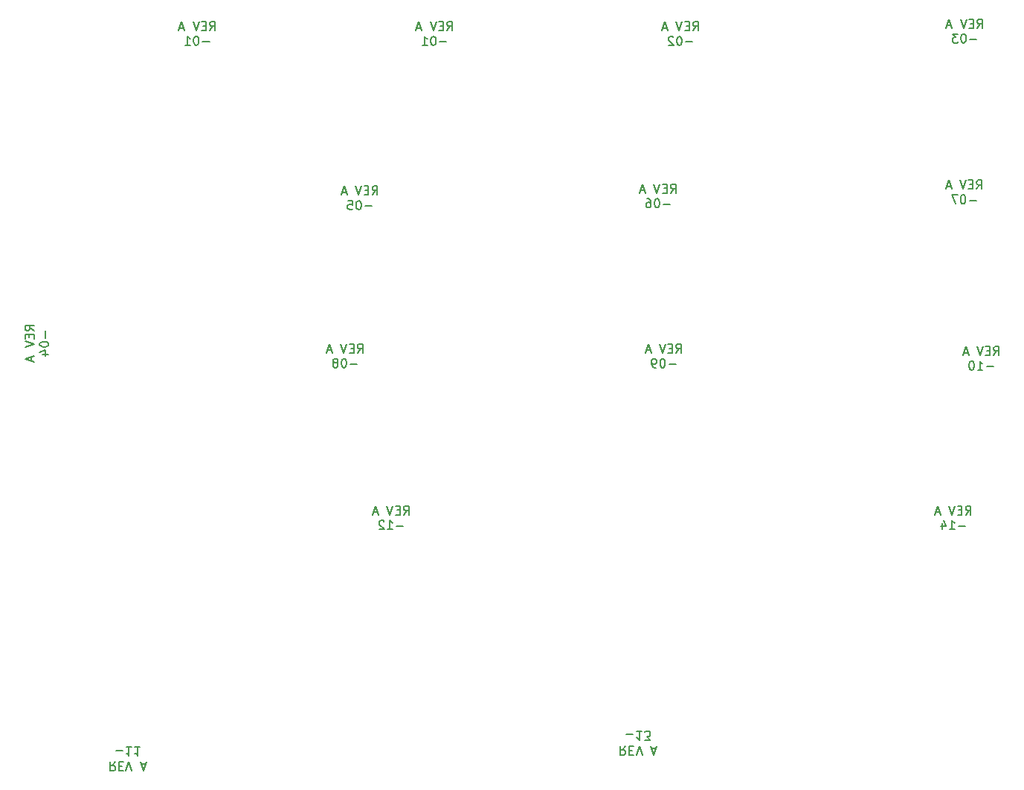
<source format=gbo>
G04 #@! TF.GenerationSoftware,KiCad,Pcbnew,(5.1.4)-1*
G04 #@! TF.CreationDate,2019-09-28T13:43:15-06:00*
G04 #@! TF.ProjectId,front_end,66726f6e-745f-4656-9e64-2e6b69636164,A*
G04 #@! TF.SameCoordinates,Original*
G04 #@! TF.FileFunction,Legend,Bot*
G04 #@! TF.FilePolarity,Positive*
%FSLAX46Y46*%
G04 Gerber Fmt 4.6, Leading zero omitted, Abs format (unit mm)*
G04 Created by KiCad (PCBNEW (5.1.4)-1) date 2019-09-28 13:43:15*
%MOMM*%
%LPD*%
G04 APERTURE LIST*
%ADD10C,0.152400*%
G04 APERTURE END LIST*
D10*
X167236019Y-117793372D02*
X166752209Y-117454705D01*
X167236019Y-117212800D02*
X166220019Y-117212800D01*
X166220019Y-117599848D01*
X166268400Y-117696610D01*
X166316780Y-117744991D01*
X166413542Y-117793372D01*
X166558685Y-117793372D01*
X166655447Y-117744991D01*
X166703828Y-117696610D01*
X166752209Y-117599848D01*
X166752209Y-117212800D01*
X166703828Y-118228800D02*
X166703828Y-118567467D01*
X167236019Y-118712610D02*
X167236019Y-118228800D01*
X166220019Y-118228800D01*
X166220019Y-118712610D01*
X166220019Y-119002896D02*
X167236019Y-119341562D01*
X166220019Y-119680229D01*
X166945733Y-120744610D02*
X166945733Y-121228420D01*
X167236019Y-120647848D02*
X166220019Y-120986515D01*
X167236019Y-121325181D01*
X168525371Y-117841753D02*
X168525371Y-118615848D01*
X167896419Y-119293181D02*
X167896419Y-119389943D01*
X167944800Y-119486705D01*
X167993180Y-119535086D01*
X168089942Y-119583467D01*
X168283466Y-119631848D01*
X168525371Y-119631848D01*
X168718895Y-119583467D01*
X168815657Y-119535086D01*
X168864038Y-119486705D01*
X168912419Y-119389943D01*
X168912419Y-119293181D01*
X168864038Y-119196420D01*
X168815657Y-119148039D01*
X168718895Y-119099658D01*
X168525371Y-119051277D01*
X168283466Y-119051277D01*
X168089942Y-119099658D01*
X167993180Y-119148039D01*
X167944800Y-119196420D01*
X167896419Y-119293181D01*
X168235085Y-120502705D02*
X168912419Y-120502705D01*
X167848038Y-120260800D02*
X168573752Y-120018896D01*
X168573752Y-120647848D01*
X176505512Y-166890480D02*
X176166845Y-167374290D01*
X175924940Y-166890480D02*
X175924940Y-167906480D01*
X176311988Y-167906480D01*
X176408750Y-167858100D01*
X176457131Y-167809719D01*
X176505512Y-167712957D01*
X176505512Y-167567814D01*
X176457131Y-167471052D01*
X176408750Y-167422671D01*
X176311988Y-167374290D01*
X175924940Y-167374290D01*
X176940940Y-167422671D02*
X177279607Y-167422671D01*
X177424750Y-166890480D02*
X176940940Y-166890480D01*
X176940940Y-167906480D01*
X177424750Y-167906480D01*
X177715036Y-167906480D02*
X178053702Y-166890480D01*
X178392369Y-167906480D01*
X179456750Y-167180766D02*
X179940560Y-167180766D01*
X179359988Y-166890480D02*
X179698655Y-167906480D01*
X180037321Y-166890480D01*
X176553893Y-165601128D02*
X177327988Y-165601128D01*
X178343988Y-165214080D02*
X177763417Y-165214080D01*
X178053702Y-165214080D02*
X178053702Y-166230080D01*
X177956940Y-166084938D01*
X177860179Y-165988176D01*
X177763417Y-165939795D01*
X179311607Y-165214080D02*
X178731036Y-165214080D01*
X179021321Y-165214080D02*
X179021321Y-166230080D01*
X178924560Y-166084938D01*
X178827798Y-165988176D01*
X178731036Y-165939795D01*
X209314739Y-138768439D02*
X209653406Y-138284629D01*
X209895311Y-138768439D02*
X209895311Y-137752439D01*
X209508263Y-137752439D01*
X209411501Y-137800820D01*
X209363120Y-137849200D01*
X209314739Y-137945962D01*
X209314739Y-138091105D01*
X209363120Y-138187867D01*
X209411501Y-138236248D01*
X209508263Y-138284629D01*
X209895311Y-138284629D01*
X208879311Y-138236248D02*
X208540644Y-138236248D01*
X208395501Y-138768439D02*
X208879311Y-138768439D01*
X208879311Y-137752439D01*
X208395501Y-137752439D01*
X208105215Y-137752439D02*
X207766549Y-138768439D01*
X207427882Y-137752439D01*
X206363501Y-138478153D02*
X205879692Y-138478153D01*
X206460263Y-138768439D02*
X206121596Y-137752439D01*
X205782930Y-138768439D01*
X209266358Y-140057791D02*
X208492263Y-140057791D01*
X207476263Y-140444839D02*
X208056834Y-140444839D01*
X207766549Y-140444839D02*
X207766549Y-139428839D01*
X207863311Y-139573981D01*
X207960072Y-139670743D01*
X208056834Y-139719124D01*
X207089215Y-139525600D02*
X207040834Y-139477220D01*
X206944072Y-139428839D01*
X206702168Y-139428839D01*
X206605406Y-139477220D01*
X206557025Y-139525600D01*
X206508644Y-139622362D01*
X206508644Y-139719124D01*
X206557025Y-139864267D01*
X207137596Y-140444839D01*
X206508644Y-140444839D01*
X234595572Y-165093240D02*
X234256905Y-165577050D01*
X234015000Y-165093240D02*
X234015000Y-166109240D01*
X234402048Y-166109240D01*
X234498810Y-166060860D01*
X234547191Y-166012479D01*
X234595572Y-165915717D01*
X234595572Y-165770574D01*
X234547191Y-165673812D01*
X234498810Y-165625431D01*
X234402048Y-165577050D01*
X234015000Y-165577050D01*
X235031000Y-165625431D02*
X235369667Y-165625431D01*
X235514810Y-165093240D02*
X235031000Y-165093240D01*
X235031000Y-166109240D01*
X235514810Y-166109240D01*
X235805096Y-166109240D02*
X236143762Y-165093240D01*
X236482429Y-166109240D01*
X237546810Y-165383526D02*
X238030620Y-165383526D01*
X237450048Y-165093240D02*
X237788715Y-166109240D01*
X238127381Y-165093240D01*
X234643953Y-163803888D02*
X235418048Y-163803888D01*
X236434048Y-163416840D02*
X235853477Y-163416840D01*
X236143762Y-163416840D02*
X236143762Y-164432840D01*
X236047000Y-164287698D01*
X235950239Y-164190936D01*
X235853477Y-164142555D01*
X236772715Y-164432840D02*
X237401667Y-164432840D01*
X237063000Y-164045793D01*
X237208143Y-164045793D01*
X237304905Y-163997412D01*
X237353286Y-163949031D01*
X237401667Y-163852269D01*
X237401667Y-163610364D01*
X237353286Y-163513602D01*
X237304905Y-163465221D01*
X237208143Y-163416840D01*
X236917858Y-163416840D01*
X236821096Y-163465221D01*
X236772715Y-163513602D01*
X273310597Y-138768439D02*
X273649264Y-138284629D01*
X273891169Y-138768439D02*
X273891169Y-137752439D01*
X273504121Y-137752439D01*
X273407359Y-137800820D01*
X273358978Y-137849200D01*
X273310597Y-137945962D01*
X273310597Y-138091105D01*
X273358978Y-138187867D01*
X273407359Y-138236248D01*
X273504121Y-138284629D01*
X273891169Y-138284629D01*
X272875169Y-138236248D02*
X272536502Y-138236248D01*
X272391359Y-138768439D02*
X272875169Y-138768439D01*
X272875169Y-137752439D01*
X272391359Y-137752439D01*
X272101073Y-137752439D02*
X271762407Y-138768439D01*
X271423740Y-137752439D01*
X270359359Y-138478153D02*
X269875550Y-138478153D01*
X270456121Y-138768439D02*
X270117454Y-137752439D01*
X269778788Y-138768439D01*
X273262216Y-140057791D02*
X272488121Y-140057791D01*
X271472121Y-140444839D02*
X272052692Y-140444839D01*
X271762407Y-140444839D02*
X271762407Y-139428839D01*
X271859169Y-139573981D01*
X271955930Y-139670743D01*
X272052692Y-139719124D01*
X270601264Y-139767505D02*
X270601264Y-140444839D01*
X270843169Y-139380458D02*
X271085073Y-140106172D01*
X270456121Y-140106172D01*
X239714667Y-102112739D02*
X240053334Y-101628929D01*
X240295239Y-102112739D02*
X240295239Y-101096739D01*
X239908191Y-101096739D01*
X239811429Y-101145120D01*
X239763048Y-101193500D01*
X239714667Y-101290262D01*
X239714667Y-101435405D01*
X239763048Y-101532167D01*
X239811429Y-101580548D01*
X239908191Y-101628929D01*
X240295239Y-101628929D01*
X239279239Y-101580548D02*
X238940572Y-101580548D01*
X238795429Y-102112739D02*
X239279239Y-102112739D01*
X239279239Y-101096739D01*
X238795429Y-101096739D01*
X238505143Y-101096739D02*
X238166477Y-102112739D01*
X237827810Y-101096739D01*
X236763429Y-101822453D02*
X236279620Y-101822453D01*
X236860191Y-102112739D02*
X236521524Y-101096739D01*
X236182858Y-102112739D01*
X239666286Y-103402091D02*
X238892191Y-103402091D01*
X238214858Y-102773139D02*
X238118096Y-102773139D01*
X238021334Y-102821520D01*
X237972953Y-102869900D01*
X237924572Y-102966662D01*
X237876191Y-103160186D01*
X237876191Y-103402091D01*
X237924572Y-103595615D01*
X237972953Y-103692377D01*
X238021334Y-103740758D01*
X238118096Y-103789139D01*
X238214858Y-103789139D01*
X238311620Y-103740758D01*
X238360000Y-103692377D01*
X238408381Y-103595615D01*
X238456762Y-103402091D01*
X238456762Y-103160186D01*
X238408381Y-102966662D01*
X238360000Y-102869900D01*
X238311620Y-102821520D01*
X238214858Y-102773139D01*
X237005334Y-102773139D02*
X237198858Y-102773139D01*
X237295620Y-102821520D01*
X237344000Y-102869900D01*
X237440762Y-103015043D01*
X237489143Y-103208567D01*
X237489143Y-103595615D01*
X237440762Y-103692377D01*
X237392381Y-103740758D01*
X237295620Y-103789139D01*
X237102096Y-103789139D01*
X237005334Y-103740758D01*
X236956953Y-103692377D01*
X236908572Y-103595615D01*
X236908572Y-103353710D01*
X236956953Y-103256948D01*
X237005334Y-103208567D01*
X237102096Y-103160186D01*
X237295620Y-103160186D01*
X237392381Y-103208567D01*
X237440762Y-103256948D01*
X237489143Y-103353710D01*
X205751253Y-102326419D02*
X206089920Y-101842609D01*
X206331825Y-102326419D02*
X206331825Y-101310419D01*
X205944777Y-101310419D01*
X205848015Y-101358800D01*
X205799634Y-101407180D01*
X205751253Y-101503942D01*
X205751253Y-101649085D01*
X205799634Y-101745847D01*
X205848015Y-101794228D01*
X205944777Y-101842609D01*
X206331825Y-101842609D01*
X205315825Y-101794228D02*
X204977158Y-101794228D01*
X204832015Y-102326419D02*
X205315825Y-102326419D01*
X205315825Y-101310419D01*
X204832015Y-101310419D01*
X204541729Y-101310419D02*
X204203063Y-102326419D01*
X203864396Y-101310419D01*
X202800015Y-102036133D02*
X202316206Y-102036133D01*
X202896777Y-102326419D02*
X202558110Y-101310419D01*
X202219444Y-102326419D01*
X205702872Y-103615771D02*
X204928777Y-103615771D01*
X204251444Y-102986819D02*
X204154682Y-102986819D01*
X204057920Y-103035200D01*
X204009539Y-103083580D01*
X203961158Y-103180342D01*
X203912777Y-103373866D01*
X203912777Y-103615771D01*
X203961158Y-103809295D01*
X204009539Y-103906057D01*
X204057920Y-103954438D01*
X204154682Y-104002819D01*
X204251444Y-104002819D01*
X204348206Y-103954438D01*
X204396586Y-103906057D01*
X204444967Y-103809295D01*
X204493348Y-103615771D01*
X204493348Y-103373866D01*
X204444967Y-103180342D01*
X204396586Y-103083580D01*
X204348206Y-103035200D01*
X204251444Y-102986819D01*
X202993539Y-102986819D02*
X203477348Y-102986819D01*
X203525729Y-103470628D01*
X203477348Y-103422247D01*
X203380586Y-103373866D01*
X203138682Y-103373866D01*
X203041920Y-103422247D01*
X202993539Y-103470628D01*
X202945158Y-103567390D01*
X202945158Y-103809295D01*
X202993539Y-103906057D01*
X203041920Y-103954438D01*
X203138682Y-104002819D01*
X203380586Y-104002819D01*
X203477348Y-103954438D01*
X203525729Y-103906057D01*
X204073947Y-120326419D02*
X204412614Y-119842609D01*
X204654519Y-120326419D02*
X204654519Y-119310419D01*
X204267471Y-119310419D01*
X204170709Y-119358800D01*
X204122328Y-119407180D01*
X204073947Y-119503942D01*
X204073947Y-119649085D01*
X204122328Y-119745847D01*
X204170709Y-119794228D01*
X204267471Y-119842609D01*
X204654519Y-119842609D01*
X203638519Y-119794228D02*
X203299852Y-119794228D01*
X203154709Y-120326419D02*
X203638519Y-120326419D01*
X203638519Y-119310419D01*
X203154709Y-119310419D01*
X202864423Y-119310419D02*
X202525757Y-120326419D01*
X202187090Y-119310419D01*
X201122709Y-120036133D02*
X200638900Y-120036133D01*
X201219471Y-120326419D02*
X200880804Y-119310419D01*
X200542138Y-120326419D01*
X204025566Y-121615771D02*
X203251471Y-121615771D01*
X202574138Y-120986819D02*
X202477376Y-120986819D01*
X202380614Y-121035200D01*
X202332233Y-121083580D01*
X202283852Y-121180342D01*
X202235471Y-121373866D01*
X202235471Y-121615771D01*
X202283852Y-121809295D01*
X202332233Y-121906057D01*
X202380614Y-121954438D01*
X202477376Y-122002819D01*
X202574138Y-122002819D01*
X202670900Y-121954438D01*
X202719280Y-121906057D01*
X202767661Y-121809295D01*
X202816042Y-121615771D01*
X202816042Y-121373866D01*
X202767661Y-121180342D01*
X202719280Y-121083580D01*
X202670900Y-121035200D01*
X202574138Y-120986819D01*
X201654900Y-121422247D02*
X201751661Y-121373866D01*
X201800042Y-121325485D01*
X201848423Y-121228723D01*
X201848423Y-121180342D01*
X201800042Y-121083580D01*
X201751661Y-121035200D01*
X201654900Y-120986819D01*
X201461376Y-120986819D01*
X201364614Y-121035200D01*
X201316233Y-121083580D01*
X201267852Y-121180342D01*
X201267852Y-121228723D01*
X201316233Y-121325485D01*
X201364614Y-121373866D01*
X201461376Y-121422247D01*
X201654900Y-121422247D01*
X201751661Y-121470628D01*
X201800042Y-121519009D01*
X201848423Y-121615771D01*
X201848423Y-121809295D01*
X201800042Y-121906057D01*
X201751661Y-121954438D01*
X201654900Y-122002819D01*
X201461376Y-122002819D01*
X201364614Y-121954438D01*
X201316233Y-121906057D01*
X201267852Y-121809295D01*
X201267852Y-121615771D01*
X201316233Y-121519009D01*
X201364614Y-121470628D01*
X201461376Y-121422247D01*
X240353047Y-120326419D02*
X240691714Y-119842609D01*
X240933619Y-120326419D02*
X240933619Y-119310419D01*
X240546571Y-119310419D01*
X240449809Y-119358800D01*
X240401428Y-119407180D01*
X240353047Y-119503942D01*
X240353047Y-119649085D01*
X240401428Y-119745847D01*
X240449809Y-119794228D01*
X240546571Y-119842609D01*
X240933619Y-119842609D01*
X239917619Y-119794228D02*
X239578952Y-119794228D01*
X239433809Y-120326419D02*
X239917619Y-120326419D01*
X239917619Y-119310419D01*
X239433809Y-119310419D01*
X239143523Y-119310419D02*
X238804857Y-120326419D01*
X238466190Y-119310419D01*
X237401809Y-120036133D02*
X236918000Y-120036133D01*
X237498571Y-120326419D02*
X237159904Y-119310419D01*
X236821238Y-120326419D01*
X240304666Y-121615771D02*
X239530571Y-121615771D01*
X238853238Y-120986819D02*
X238756476Y-120986819D01*
X238659714Y-121035200D01*
X238611333Y-121083580D01*
X238562952Y-121180342D01*
X238514571Y-121373866D01*
X238514571Y-121615771D01*
X238562952Y-121809295D01*
X238611333Y-121906057D01*
X238659714Y-121954438D01*
X238756476Y-122002819D01*
X238853238Y-122002819D01*
X238950000Y-121954438D01*
X238998380Y-121906057D01*
X239046761Y-121809295D01*
X239095142Y-121615771D01*
X239095142Y-121373866D01*
X239046761Y-121180342D01*
X238998380Y-121083580D01*
X238950000Y-121035200D01*
X238853238Y-120986819D01*
X238030761Y-122002819D02*
X237837238Y-122002819D01*
X237740476Y-121954438D01*
X237692095Y-121906057D01*
X237595333Y-121760914D01*
X237546952Y-121567390D01*
X237546952Y-121180342D01*
X237595333Y-121083580D01*
X237643714Y-121035200D01*
X237740476Y-120986819D01*
X237934000Y-120986819D01*
X238030761Y-121035200D01*
X238079142Y-121083580D01*
X238127523Y-121180342D01*
X238127523Y-121422247D01*
X238079142Y-121519009D01*
X238030761Y-121567390D01*
X237934000Y-121615771D01*
X237740476Y-121615771D01*
X237643714Y-121567390D01*
X237595333Y-121519009D01*
X237546952Y-121422247D01*
X187251147Y-83593819D02*
X187589814Y-83110009D01*
X187831719Y-83593819D02*
X187831719Y-82577819D01*
X187444671Y-82577819D01*
X187347909Y-82626200D01*
X187299528Y-82674580D01*
X187251147Y-82771342D01*
X187251147Y-82916485D01*
X187299528Y-83013247D01*
X187347909Y-83061628D01*
X187444671Y-83110009D01*
X187831719Y-83110009D01*
X186815719Y-83061628D02*
X186477052Y-83061628D01*
X186331909Y-83593819D02*
X186815719Y-83593819D01*
X186815719Y-82577819D01*
X186331909Y-82577819D01*
X186041623Y-82577819D02*
X185702957Y-83593819D01*
X185364290Y-82577819D01*
X184299909Y-83303533D02*
X183816100Y-83303533D01*
X184396671Y-83593819D02*
X184058004Y-82577819D01*
X183719338Y-83593819D01*
X187202766Y-84883171D02*
X186428671Y-84883171D01*
X185751338Y-84254219D02*
X185654576Y-84254219D01*
X185557814Y-84302600D01*
X185509433Y-84350980D01*
X185461052Y-84447742D01*
X185412671Y-84641266D01*
X185412671Y-84883171D01*
X185461052Y-85076695D01*
X185509433Y-85173457D01*
X185557814Y-85221838D01*
X185654576Y-85270219D01*
X185751338Y-85270219D01*
X185848100Y-85221838D01*
X185896480Y-85173457D01*
X185944861Y-85076695D01*
X185993242Y-84883171D01*
X185993242Y-84641266D01*
X185944861Y-84447742D01*
X185896480Y-84350980D01*
X185848100Y-84302600D01*
X185751338Y-84254219D01*
X184445052Y-85270219D02*
X185025623Y-85270219D01*
X184735338Y-85270219D02*
X184735338Y-84254219D01*
X184832100Y-84399361D01*
X184928861Y-84496123D01*
X185025623Y-84544504D01*
X214251147Y-83609059D02*
X214589814Y-83125249D01*
X214831719Y-83609059D02*
X214831719Y-82593059D01*
X214444671Y-82593059D01*
X214347909Y-82641440D01*
X214299528Y-82689820D01*
X214251147Y-82786582D01*
X214251147Y-82931725D01*
X214299528Y-83028487D01*
X214347909Y-83076868D01*
X214444671Y-83125249D01*
X214831719Y-83125249D01*
X213815719Y-83076868D02*
X213477052Y-83076868D01*
X213331909Y-83609059D02*
X213815719Y-83609059D01*
X213815719Y-82593059D01*
X213331909Y-82593059D01*
X213041623Y-82593059D02*
X212702957Y-83609059D01*
X212364290Y-82593059D01*
X211299909Y-83318773D02*
X210816100Y-83318773D01*
X211396671Y-83609059D02*
X211058004Y-82593059D01*
X210719338Y-83609059D01*
X214202766Y-84898411D02*
X213428671Y-84898411D01*
X212751338Y-84269459D02*
X212654576Y-84269459D01*
X212557814Y-84317840D01*
X212509433Y-84366220D01*
X212461052Y-84462982D01*
X212412671Y-84656506D01*
X212412671Y-84898411D01*
X212461052Y-85091935D01*
X212509433Y-85188697D01*
X212557814Y-85237078D01*
X212654576Y-85285459D01*
X212751338Y-85285459D01*
X212848100Y-85237078D01*
X212896480Y-85188697D01*
X212944861Y-85091935D01*
X212993242Y-84898411D01*
X212993242Y-84656506D01*
X212944861Y-84462982D01*
X212896480Y-84366220D01*
X212848100Y-84317840D01*
X212751338Y-84269459D01*
X211445052Y-85285459D02*
X212025623Y-85285459D01*
X211735338Y-85285459D02*
X211735338Y-84269459D01*
X211832100Y-84414601D01*
X211928861Y-84511363D01*
X212025623Y-84559744D01*
X276506147Y-120596002D02*
X276844814Y-120112192D01*
X277086719Y-120596002D02*
X277086719Y-119580002D01*
X276699671Y-119580002D01*
X276602909Y-119628383D01*
X276554528Y-119676763D01*
X276506147Y-119773525D01*
X276506147Y-119918668D01*
X276554528Y-120015430D01*
X276602909Y-120063811D01*
X276699671Y-120112192D01*
X277086719Y-120112192D01*
X276070719Y-120063811D02*
X275732052Y-120063811D01*
X275586909Y-120596002D02*
X276070719Y-120596002D01*
X276070719Y-119580002D01*
X275586909Y-119580002D01*
X275296623Y-119580002D02*
X274957957Y-120596002D01*
X274619290Y-119580002D01*
X273554909Y-120305716D02*
X273071100Y-120305716D01*
X273651671Y-120596002D02*
X273313004Y-119580002D01*
X272974338Y-120596002D01*
X276457766Y-121885354D02*
X275683671Y-121885354D01*
X274667671Y-122272402D02*
X275248242Y-122272402D01*
X274957957Y-122272402D02*
X274957957Y-121256402D01*
X275054719Y-121401544D01*
X275151480Y-121498306D01*
X275248242Y-121546687D01*
X274038719Y-121256402D02*
X273941957Y-121256402D01*
X273845195Y-121304783D01*
X273796814Y-121353163D01*
X273748433Y-121449925D01*
X273700052Y-121643449D01*
X273700052Y-121885354D01*
X273748433Y-122078878D01*
X273796814Y-122175640D01*
X273845195Y-122224021D01*
X273941957Y-122272402D01*
X274038719Y-122272402D01*
X274135480Y-122224021D01*
X274183861Y-122175640D01*
X274232242Y-122078878D01*
X274280623Y-121885354D01*
X274280623Y-121643449D01*
X274232242Y-121449925D01*
X274183861Y-121353163D01*
X274135480Y-121304783D01*
X274038719Y-121256402D01*
X274554327Y-101672027D02*
X274892994Y-101188217D01*
X275134899Y-101672027D02*
X275134899Y-100656027D01*
X274747851Y-100656027D01*
X274651089Y-100704408D01*
X274602708Y-100752788D01*
X274554327Y-100849550D01*
X274554327Y-100994693D01*
X274602708Y-101091455D01*
X274651089Y-101139836D01*
X274747851Y-101188217D01*
X275134899Y-101188217D01*
X274118899Y-101139836D02*
X273780232Y-101139836D01*
X273635089Y-101672027D02*
X274118899Y-101672027D01*
X274118899Y-100656027D01*
X273635089Y-100656027D01*
X273344803Y-100656027D02*
X273006137Y-101672027D01*
X272667470Y-100656027D01*
X271603089Y-101381741D02*
X271119280Y-101381741D01*
X271699851Y-101672027D02*
X271361184Y-100656027D01*
X271022518Y-101672027D01*
X274505946Y-102961379D02*
X273731851Y-102961379D01*
X273054518Y-102332427D02*
X272957756Y-102332427D01*
X272860994Y-102380808D01*
X272812613Y-102429188D01*
X272764232Y-102525950D01*
X272715851Y-102719474D01*
X272715851Y-102961379D01*
X272764232Y-103154903D01*
X272812613Y-103251665D01*
X272860994Y-103300046D01*
X272957756Y-103348427D01*
X273054518Y-103348427D01*
X273151280Y-103300046D01*
X273199660Y-103251665D01*
X273248041Y-103154903D01*
X273296422Y-102961379D01*
X273296422Y-102719474D01*
X273248041Y-102525950D01*
X273199660Y-102429188D01*
X273151280Y-102380808D01*
X273054518Y-102332427D01*
X272377184Y-102332427D02*
X271699851Y-102332427D01*
X272135280Y-103348427D01*
X274615907Y-83326419D02*
X274954574Y-82842609D01*
X275196479Y-83326419D02*
X275196479Y-82310419D01*
X274809431Y-82310419D01*
X274712669Y-82358800D01*
X274664288Y-82407180D01*
X274615907Y-82503942D01*
X274615907Y-82649085D01*
X274664288Y-82745847D01*
X274712669Y-82794228D01*
X274809431Y-82842609D01*
X275196479Y-82842609D01*
X274180479Y-82794228D02*
X273841812Y-82794228D01*
X273696669Y-83326419D02*
X274180479Y-83326419D01*
X274180479Y-82310419D01*
X273696669Y-82310419D01*
X273406383Y-82310419D02*
X273067717Y-83326419D01*
X272729050Y-82310419D01*
X271664669Y-83036133D02*
X271180860Y-83036133D01*
X271761431Y-83326419D02*
X271422764Y-82310419D01*
X271084098Y-83326419D01*
X274567526Y-84615771D02*
X273793431Y-84615771D01*
X273116098Y-83986819D02*
X273019336Y-83986819D01*
X272922574Y-84035200D01*
X272874193Y-84083580D01*
X272825812Y-84180342D01*
X272777431Y-84373866D01*
X272777431Y-84615771D01*
X272825812Y-84809295D01*
X272874193Y-84906057D01*
X272922574Y-84954438D01*
X273019336Y-85002819D01*
X273116098Y-85002819D01*
X273212860Y-84954438D01*
X273261240Y-84906057D01*
X273309621Y-84809295D01*
X273358002Y-84615771D01*
X273358002Y-84373866D01*
X273309621Y-84180342D01*
X273261240Y-84083580D01*
X273212860Y-84035200D01*
X273116098Y-83986819D01*
X272438764Y-83986819D02*
X271809812Y-83986819D01*
X272148479Y-84373866D01*
X272003336Y-84373866D01*
X271906574Y-84422247D01*
X271858193Y-84470628D01*
X271809812Y-84567390D01*
X271809812Y-84809295D01*
X271858193Y-84906057D01*
X271906574Y-84954438D01*
X272003336Y-85002819D01*
X272293621Y-85002819D01*
X272390383Y-84954438D01*
X272438764Y-84906057D01*
X242251147Y-83609059D02*
X242589814Y-83125249D01*
X242831719Y-83609059D02*
X242831719Y-82593059D01*
X242444671Y-82593059D01*
X242347909Y-82641440D01*
X242299528Y-82689820D01*
X242251147Y-82786582D01*
X242251147Y-82931725D01*
X242299528Y-83028487D01*
X242347909Y-83076868D01*
X242444671Y-83125249D01*
X242831719Y-83125249D01*
X241815719Y-83076868D02*
X241477052Y-83076868D01*
X241331909Y-83609059D02*
X241815719Y-83609059D01*
X241815719Y-82593059D01*
X241331909Y-82593059D01*
X241041623Y-82593059D02*
X240702957Y-83609059D01*
X240364290Y-82593059D01*
X239299909Y-83318773D02*
X238816100Y-83318773D01*
X239396671Y-83609059D02*
X239058004Y-82593059D01*
X238719338Y-83609059D01*
X242202766Y-84898411D02*
X241428671Y-84898411D01*
X240751338Y-84269459D02*
X240654576Y-84269459D01*
X240557814Y-84317840D01*
X240509433Y-84366220D01*
X240461052Y-84462982D01*
X240412671Y-84656506D01*
X240412671Y-84898411D01*
X240461052Y-85091935D01*
X240509433Y-85188697D01*
X240557814Y-85237078D01*
X240654576Y-85285459D01*
X240751338Y-85285459D01*
X240848100Y-85237078D01*
X240896480Y-85188697D01*
X240944861Y-85091935D01*
X240993242Y-84898411D01*
X240993242Y-84656506D01*
X240944861Y-84462982D01*
X240896480Y-84366220D01*
X240848100Y-84317840D01*
X240751338Y-84269459D01*
X240025623Y-84366220D02*
X239977242Y-84317840D01*
X239880480Y-84269459D01*
X239638576Y-84269459D01*
X239541814Y-84317840D01*
X239493433Y-84366220D01*
X239445052Y-84462982D01*
X239445052Y-84559744D01*
X239493433Y-84704887D01*
X240074004Y-85285459D01*
X239445052Y-85285459D01*
M02*

</source>
